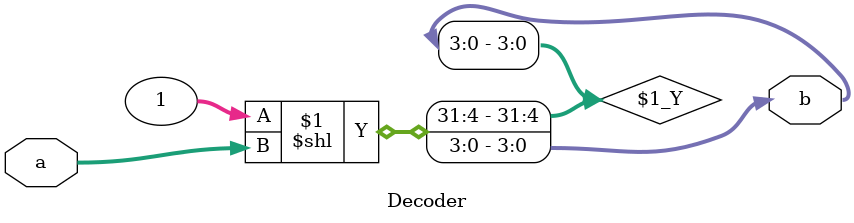
<source format=v>
module Decoder(a, b) ;
  parameter n=2 ;
  parameter m=4 ;

  input  [n-1:0] a ;
  output [m-1:0] b ;

  wire [m-1:0] b = 1 << a ;
endmodule

</source>
